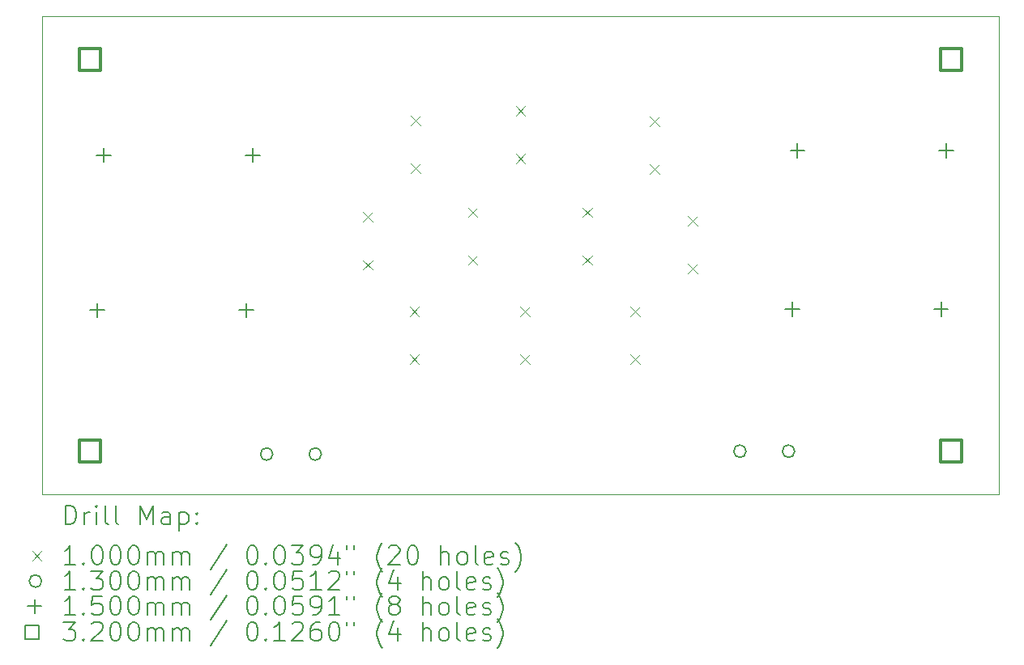
<source format=gbr>
%TF.GenerationSoftware,KiCad,Pcbnew,7.0.1*%
%TF.CreationDate,2023-07-21T17:07:46+02:00*%
%TF.ProjectId,K_PSU_filter,4b5f5053-555f-4666-996c-7465722e6b69,rev?*%
%TF.SameCoordinates,Original*%
%TF.FileFunction,Drillmap*%
%TF.FilePolarity,Positive*%
%FSLAX45Y45*%
G04 Gerber Fmt 4.5, Leading zero omitted, Abs format (unit mm)*
G04 Created by KiCad (PCBNEW 7.0.1) date 2023-07-21 17:07:46*
%MOMM*%
%LPD*%
G01*
G04 APERTURE LIST*
%ADD10C,0.100000*%
%ADD11C,0.200000*%
%ADD12C,0.130000*%
%ADD13C,0.150000*%
%ADD14C,0.320000*%
G04 APERTURE END LIST*
D10*
X10400000Y-3550000D02*
X20400000Y-3550000D01*
X20400000Y-8550000D01*
X10400000Y-8550000D01*
X10400000Y-3550000D01*
D11*
D10*
X13750000Y-5600000D02*
X13850000Y-5700000D01*
X13850000Y-5600000D02*
X13750000Y-5700000D01*
X13750000Y-6100000D02*
X13850000Y-6200000D01*
X13850000Y-6100000D02*
X13750000Y-6200000D01*
X14240000Y-6586768D02*
X14340000Y-6686768D01*
X14340000Y-6586768D02*
X14240000Y-6686768D01*
X14240000Y-7086768D02*
X14340000Y-7186768D01*
X14340000Y-7086768D02*
X14240000Y-7186768D01*
X14250000Y-4586768D02*
X14350000Y-4686768D01*
X14350000Y-4586768D02*
X14250000Y-4686768D01*
X14250000Y-5086768D02*
X14350000Y-5186768D01*
X14350000Y-5086768D02*
X14250000Y-5186768D01*
X14850000Y-5550000D02*
X14950000Y-5650000D01*
X14950000Y-5550000D02*
X14850000Y-5650000D01*
X14850000Y-6050000D02*
X14950000Y-6150000D01*
X14950000Y-6050000D02*
X14850000Y-6150000D01*
X15350000Y-4486768D02*
X15450000Y-4586768D01*
X15450000Y-4486768D02*
X15350000Y-4586768D01*
X15350000Y-4986768D02*
X15450000Y-5086768D01*
X15450000Y-4986768D02*
X15350000Y-5086768D01*
X15395000Y-6586768D02*
X15495000Y-6686768D01*
X15495000Y-6586768D02*
X15395000Y-6686768D01*
X15395000Y-7086768D02*
X15495000Y-7186768D01*
X15495000Y-7086768D02*
X15395000Y-7186768D01*
X16050000Y-5550000D02*
X16150000Y-5650000D01*
X16150000Y-5550000D02*
X16050000Y-5650000D01*
X16050000Y-6050000D02*
X16150000Y-6150000D01*
X16150000Y-6050000D02*
X16050000Y-6150000D01*
X16550000Y-6586768D02*
X16650000Y-6686768D01*
X16650000Y-6586768D02*
X16550000Y-6686768D01*
X16550000Y-7086768D02*
X16650000Y-7186768D01*
X16650000Y-7086768D02*
X16550000Y-7186768D01*
X16750000Y-4600000D02*
X16850000Y-4700000D01*
X16850000Y-4600000D02*
X16750000Y-4700000D01*
X16750000Y-5100000D02*
X16850000Y-5200000D01*
X16850000Y-5100000D02*
X16750000Y-5200000D01*
X17150000Y-5636768D02*
X17250000Y-5736768D01*
X17250000Y-5636768D02*
X17150000Y-5736768D01*
X17150000Y-6136768D02*
X17250000Y-6236768D01*
X17250000Y-6136768D02*
X17150000Y-6236768D01*
D12*
X12811000Y-8130000D02*
G75*
G03*
X12811000Y-8130000I-65000J0D01*
G01*
X13319000Y-8130000D02*
G75*
G03*
X13319000Y-8130000I-65000J0D01*
G01*
X17757000Y-8100000D02*
G75*
G03*
X17757000Y-8100000I-65000J0D01*
G01*
X18265000Y-8100000D02*
G75*
G03*
X18265000Y-8100000I-65000J0D01*
G01*
D13*
X10976048Y-6548952D02*
X10976048Y-6698952D01*
X10901048Y-6623952D02*
X11051048Y-6623952D01*
X11044365Y-4925000D02*
X11044365Y-5075000D01*
X10969365Y-5000000D02*
X11119365Y-5000000D01*
X12531683Y-6548952D02*
X12531683Y-6698952D01*
X12456683Y-6623952D02*
X12606683Y-6623952D01*
X12600000Y-4925000D02*
X12600000Y-5075000D01*
X12525000Y-5000000D02*
X12675000Y-5000000D01*
X18238024Y-6536976D02*
X18238024Y-6686976D01*
X18163024Y-6611976D02*
X18313024Y-6611976D01*
X18294365Y-4875000D02*
X18294365Y-5025000D01*
X18219365Y-4950000D02*
X18369365Y-4950000D01*
X19793659Y-6536976D02*
X19793659Y-6686976D01*
X19718659Y-6611976D02*
X19868659Y-6611976D01*
X19850000Y-4875000D02*
X19850000Y-5025000D01*
X19775000Y-4950000D02*
X19925000Y-4950000D01*
D14*
X11013138Y-4113138D02*
X11013138Y-3886862D01*
X10786862Y-3886862D01*
X10786862Y-4113138D01*
X11013138Y-4113138D01*
X11013138Y-8213138D02*
X11013138Y-7986862D01*
X10786862Y-7986862D01*
X10786862Y-8213138D01*
X11013138Y-8213138D01*
X20013138Y-4113138D02*
X20013138Y-3886862D01*
X19786862Y-3886862D01*
X19786862Y-4113138D01*
X20013138Y-4113138D01*
X20013138Y-8213138D02*
X20013138Y-7986862D01*
X19786862Y-7986862D01*
X19786862Y-8213138D01*
X20013138Y-8213138D01*
D11*
X10642619Y-8867524D02*
X10642619Y-8667524D01*
X10642619Y-8667524D02*
X10690238Y-8667524D01*
X10690238Y-8667524D02*
X10718810Y-8677048D01*
X10718810Y-8677048D02*
X10737857Y-8696095D01*
X10737857Y-8696095D02*
X10747381Y-8715143D01*
X10747381Y-8715143D02*
X10756905Y-8753238D01*
X10756905Y-8753238D02*
X10756905Y-8781810D01*
X10756905Y-8781810D02*
X10747381Y-8819905D01*
X10747381Y-8819905D02*
X10737857Y-8838952D01*
X10737857Y-8838952D02*
X10718810Y-8858000D01*
X10718810Y-8858000D02*
X10690238Y-8867524D01*
X10690238Y-8867524D02*
X10642619Y-8867524D01*
X10842619Y-8867524D02*
X10842619Y-8734190D01*
X10842619Y-8772286D02*
X10852143Y-8753238D01*
X10852143Y-8753238D02*
X10861667Y-8743714D01*
X10861667Y-8743714D02*
X10880714Y-8734190D01*
X10880714Y-8734190D02*
X10899762Y-8734190D01*
X10966429Y-8867524D02*
X10966429Y-8734190D01*
X10966429Y-8667524D02*
X10956905Y-8677048D01*
X10956905Y-8677048D02*
X10966429Y-8686571D01*
X10966429Y-8686571D02*
X10975952Y-8677048D01*
X10975952Y-8677048D02*
X10966429Y-8667524D01*
X10966429Y-8667524D02*
X10966429Y-8686571D01*
X11090238Y-8867524D02*
X11071190Y-8858000D01*
X11071190Y-8858000D02*
X11061667Y-8838952D01*
X11061667Y-8838952D02*
X11061667Y-8667524D01*
X11195000Y-8867524D02*
X11175952Y-8858000D01*
X11175952Y-8858000D02*
X11166429Y-8838952D01*
X11166429Y-8838952D02*
X11166429Y-8667524D01*
X11423571Y-8867524D02*
X11423571Y-8667524D01*
X11423571Y-8667524D02*
X11490238Y-8810381D01*
X11490238Y-8810381D02*
X11556905Y-8667524D01*
X11556905Y-8667524D02*
X11556905Y-8867524D01*
X11737857Y-8867524D02*
X11737857Y-8762762D01*
X11737857Y-8762762D02*
X11728333Y-8743714D01*
X11728333Y-8743714D02*
X11709286Y-8734190D01*
X11709286Y-8734190D02*
X11671190Y-8734190D01*
X11671190Y-8734190D02*
X11652143Y-8743714D01*
X11737857Y-8858000D02*
X11718809Y-8867524D01*
X11718809Y-8867524D02*
X11671190Y-8867524D01*
X11671190Y-8867524D02*
X11652143Y-8858000D01*
X11652143Y-8858000D02*
X11642619Y-8838952D01*
X11642619Y-8838952D02*
X11642619Y-8819905D01*
X11642619Y-8819905D02*
X11652143Y-8800857D01*
X11652143Y-8800857D02*
X11671190Y-8791333D01*
X11671190Y-8791333D02*
X11718809Y-8791333D01*
X11718809Y-8791333D02*
X11737857Y-8781810D01*
X11833095Y-8734190D02*
X11833095Y-8934190D01*
X11833095Y-8743714D02*
X11852143Y-8734190D01*
X11852143Y-8734190D02*
X11890238Y-8734190D01*
X11890238Y-8734190D02*
X11909286Y-8743714D01*
X11909286Y-8743714D02*
X11918809Y-8753238D01*
X11918809Y-8753238D02*
X11928333Y-8772286D01*
X11928333Y-8772286D02*
X11928333Y-8829429D01*
X11928333Y-8829429D02*
X11918809Y-8848476D01*
X11918809Y-8848476D02*
X11909286Y-8858000D01*
X11909286Y-8858000D02*
X11890238Y-8867524D01*
X11890238Y-8867524D02*
X11852143Y-8867524D01*
X11852143Y-8867524D02*
X11833095Y-8858000D01*
X12014048Y-8848476D02*
X12023571Y-8858000D01*
X12023571Y-8858000D02*
X12014048Y-8867524D01*
X12014048Y-8867524D02*
X12004524Y-8858000D01*
X12004524Y-8858000D02*
X12014048Y-8848476D01*
X12014048Y-8848476D02*
X12014048Y-8867524D01*
X12014048Y-8743714D02*
X12023571Y-8753238D01*
X12023571Y-8753238D02*
X12014048Y-8762762D01*
X12014048Y-8762762D02*
X12004524Y-8753238D01*
X12004524Y-8753238D02*
X12014048Y-8743714D01*
X12014048Y-8743714D02*
X12014048Y-8762762D01*
D10*
X10295000Y-9145000D02*
X10395000Y-9245000D01*
X10395000Y-9145000D02*
X10295000Y-9245000D01*
D11*
X10747381Y-9287524D02*
X10633095Y-9287524D01*
X10690238Y-9287524D02*
X10690238Y-9087524D01*
X10690238Y-9087524D02*
X10671190Y-9116095D01*
X10671190Y-9116095D02*
X10652143Y-9135143D01*
X10652143Y-9135143D02*
X10633095Y-9144667D01*
X10833095Y-9268476D02*
X10842619Y-9278000D01*
X10842619Y-9278000D02*
X10833095Y-9287524D01*
X10833095Y-9287524D02*
X10823571Y-9278000D01*
X10823571Y-9278000D02*
X10833095Y-9268476D01*
X10833095Y-9268476D02*
X10833095Y-9287524D01*
X10966429Y-9087524D02*
X10985476Y-9087524D01*
X10985476Y-9087524D02*
X11004524Y-9097048D01*
X11004524Y-9097048D02*
X11014048Y-9106571D01*
X11014048Y-9106571D02*
X11023571Y-9125619D01*
X11023571Y-9125619D02*
X11033095Y-9163714D01*
X11033095Y-9163714D02*
X11033095Y-9211333D01*
X11033095Y-9211333D02*
X11023571Y-9249429D01*
X11023571Y-9249429D02*
X11014048Y-9268476D01*
X11014048Y-9268476D02*
X11004524Y-9278000D01*
X11004524Y-9278000D02*
X10985476Y-9287524D01*
X10985476Y-9287524D02*
X10966429Y-9287524D01*
X10966429Y-9287524D02*
X10947381Y-9278000D01*
X10947381Y-9278000D02*
X10937857Y-9268476D01*
X10937857Y-9268476D02*
X10928333Y-9249429D01*
X10928333Y-9249429D02*
X10918810Y-9211333D01*
X10918810Y-9211333D02*
X10918810Y-9163714D01*
X10918810Y-9163714D02*
X10928333Y-9125619D01*
X10928333Y-9125619D02*
X10937857Y-9106571D01*
X10937857Y-9106571D02*
X10947381Y-9097048D01*
X10947381Y-9097048D02*
X10966429Y-9087524D01*
X11156905Y-9087524D02*
X11175952Y-9087524D01*
X11175952Y-9087524D02*
X11195000Y-9097048D01*
X11195000Y-9097048D02*
X11204524Y-9106571D01*
X11204524Y-9106571D02*
X11214048Y-9125619D01*
X11214048Y-9125619D02*
X11223571Y-9163714D01*
X11223571Y-9163714D02*
X11223571Y-9211333D01*
X11223571Y-9211333D02*
X11214048Y-9249429D01*
X11214048Y-9249429D02*
X11204524Y-9268476D01*
X11204524Y-9268476D02*
X11195000Y-9278000D01*
X11195000Y-9278000D02*
X11175952Y-9287524D01*
X11175952Y-9287524D02*
X11156905Y-9287524D01*
X11156905Y-9287524D02*
X11137857Y-9278000D01*
X11137857Y-9278000D02*
X11128333Y-9268476D01*
X11128333Y-9268476D02*
X11118810Y-9249429D01*
X11118810Y-9249429D02*
X11109286Y-9211333D01*
X11109286Y-9211333D02*
X11109286Y-9163714D01*
X11109286Y-9163714D02*
X11118810Y-9125619D01*
X11118810Y-9125619D02*
X11128333Y-9106571D01*
X11128333Y-9106571D02*
X11137857Y-9097048D01*
X11137857Y-9097048D02*
X11156905Y-9087524D01*
X11347381Y-9087524D02*
X11366429Y-9087524D01*
X11366429Y-9087524D02*
X11385476Y-9097048D01*
X11385476Y-9097048D02*
X11395000Y-9106571D01*
X11395000Y-9106571D02*
X11404524Y-9125619D01*
X11404524Y-9125619D02*
X11414048Y-9163714D01*
X11414048Y-9163714D02*
X11414048Y-9211333D01*
X11414048Y-9211333D02*
X11404524Y-9249429D01*
X11404524Y-9249429D02*
X11395000Y-9268476D01*
X11395000Y-9268476D02*
X11385476Y-9278000D01*
X11385476Y-9278000D02*
X11366429Y-9287524D01*
X11366429Y-9287524D02*
X11347381Y-9287524D01*
X11347381Y-9287524D02*
X11328333Y-9278000D01*
X11328333Y-9278000D02*
X11318809Y-9268476D01*
X11318809Y-9268476D02*
X11309286Y-9249429D01*
X11309286Y-9249429D02*
X11299762Y-9211333D01*
X11299762Y-9211333D02*
X11299762Y-9163714D01*
X11299762Y-9163714D02*
X11309286Y-9125619D01*
X11309286Y-9125619D02*
X11318809Y-9106571D01*
X11318809Y-9106571D02*
X11328333Y-9097048D01*
X11328333Y-9097048D02*
X11347381Y-9087524D01*
X11499762Y-9287524D02*
X11499762Y-9154190D01*
X11499762Y-9173238D02*
X11509286Y-9163714D01*
X11509286Y-9163714D02*
X11528333Y-9154190D01*
X11528333Y-9154190D02*
X11556905Y-9154190D01*
X11556905Y-9154190D02*
X11575952Y-9163714D01*
X11575952Y-9163714D02*
X11585476Y-9182762D01*
X11585476Y-9182762D02*
X11585476Y-9287524D01*
X11585476Y-9182762D02*
X11595000Y-9163714D01*
X11595000Y-9163714D02*
X11614048Y-9154190D01*
X11614048Y-9154190D02*
X11642619Y-9154190D01*
X11642619Y-9154190D02*
X11661667Y-9163714D01*
X11661667Y-9163714D02*
X11671190Y-9182762D01*
X11671190Y-9182762D02*
X11671190Y-9287524D01*
X11766429Y-9287524D02*
X11766429Y-9154190D01*
X11766429Y-9173238D02*
X11775952Y-9163714D01*
X11775952Y-9163714D02*
X11795000Y-9154190D01*
X11795000Y-9154190D02*
X11823571Y-9154190D01*
X11823571Y-9154190D02*
X11842619Y-9163714D01*
X11842619Y-9163714D02*
X11852143Y-9182762D01*
X11852143Y-9182762D02*
X11852143Y-9287524D01*
X11852143Y-9182762D02*
X11861667Y-9163714D01*
X11861667Y-9163714D02*
X11880714Y-9154190D01*
X11880714Y-9154190D02*
X11909286Y-9154190D01*
X11909286Y-9154190D02*
X11928333Y-9163714D01*
X11928333Y-9163714D02*
X11937857Y-9182762D01*
X11937857Y-9182762D02*
X11937857Y-9287524D01*
X12328333Y-9078000D02*
X12156905Y-9335143D01*
X12585476Y-9087524D02*
X12604524Y-9087524D01*
X12604524Y-9087524D02*
X12623572Y-9097048D01*
X12623572Y-9097048D02*
X12633095Y-9106571D01*
X12633095Y-9106571D02*
X12642619Y-9125619D01*
X12642619Y-9125619D02*
X12652143Y-9163714D01*
X12652143Y-9163714D02*
X12652143Y-9211333D01*
X12652143Y-9211333D02*
X12642619Y-9249429D01*
X12642619Y-9249429D02*
X12633095Y-9268476D01*
X12633095Y-9268476D02*
X12623572Y-9278000D01*
X12623572Y-9278000D02*
X12604524Y-9287524D01*
X12604524Y-9287524D02*
X12585476Y-9287524D01*
X12585476Y-9287524D02*
X12566429Y-9278000D01*
X12566429Y-9278000D02*
X12556905Y-9268476D01*
X12556905Y-9268476D02*
X12547381Y-9249429D01*
X12547381Y-9249429D02*
X12537857Y-9211333D01*
X12537857Y-9211333D02*
X12537857Y-9163714D01*
X12537857Y-9163714D02*
X12547381Y-9125619D01*
X12547381Y-9125619D02*
X12556905Y-9106571D01*
X12556905Y-9106571D02*
X12566429Y-9097048D01*
X12566429Y-9097048D02*
X12585476Y-9087524D01*
X12737857Y-9268476D02*
X12747381Y-9278000D01*
X12747381Y-9278000D02*
X12737857Y-9287524D01*
X12737857Y-9287524D02*
X12728333Y-9278000D01*
X12728333Y-9278000D02*
X12737857Y-9268476D01*
X12737857Y-9268476D02*
X12737857Y-9287524D01*
X12871191Y-9087524D02*
X12890238Y-9087524D01*
X12890238Y-9087524D02*
X12909286Y-9097048D01*
X12909286Y-9097048D02*
X12918810Y-9106571D01*
X12918810Y-9106571D02*
X12928333Y-9125619D01*
X12928333Y-9125619D02*
X12937857Y-9163714D01*
X12937857Y-9163714D02*
X12937857Y-9211333D01*
X12937857Y-9211333D02*
X12928333Y-9249429D01*
X12928333Y-9249429D02*
X12918810Y-9268476D01*
X12918810Y-9268476D02*
X12909286Y-9278000D01*
X12909286Y-9278000D02*
X12890238Y-9287524D01*
X12890238Y-9287524D02*
X12871191Y-9287524D01*
X12871191Y-9287524D02*
X12852143Y-9278000D01*
X12852143Y-9278000D02*
X12842619Y-9268476D01*
X12842619Y-9268476D02*
X12833095Y-9249429D01*
X12833095Y-9249429D02*
X12823572Y-9211333D01*
X12823572Y-9211333D02*
X12823572Y-9163714D01*
X12823572Y-9163714D02*
X12833095Y-9125619D01*
X12833095Y-9125619D02*
X12842619Y-9106571D01*
X12842619Y-9106571D02*
X12852143Y-9097048D01*
X12852143Y-9097048D02*
X12871191Y-9087524D01*
X13004524Y-9087524D02*
X13128333Y-9087524D01*
X13128333Y-9087524D02*
X13061667Y-9163714D01*
X13061667Y-9163714D02*
X13090238Y-9163714D01*
X13090238Y-9163714D02*
X13109286Y-9173238D01*
X13109286Y-9173238D02*
X13118810Y-9182762D01*
X13118810Y-9182762D02*
X13128333Y-9201810D01*
X13128333Y-9201810D02*
X13128333Y-9249429D01*
X13128333Y-9249429D02*
X13118810Y-9268476D01*
X13118810Y-9268476D02*
X13109286Y-9278000D01*
X13109286Y-9278000D02*
X13090238Y-9287524D01*
X13090238Y-9287524D02*
X13033095Y-9287524D01*
X13033095Y-9287524D02*
X13014048Y-9278000D01*
X13014048Y-9278000D02*
X13004524Y-9268476D01*
X13223572Y-9287524D02*
X13261667Y-9287524D01*
X13261667Y-9287524D02*
X13280714Y-9278000D01*
X13280714Y-9278000D02*
X13290238Y-9268476D01*
X13290238Y-9268476D02*
X13309286Y-9239905D01*
X13309286Y-9239905D02*
X13318810Y-9201810D01*
X13318810Y-9201810D02*
X13318810Y-9125619D01*
X13318810Y-9125619D02*
X13309286Y-9106571D01*
X13309286Y-9106571D02*
X13299762Y-9097048D01*
X13299762Y-9097048D02*
X13280714Y-9087524D01*
X13280714Y-9087524D02*
X13242619Y-9087524D01*
X13242619Y-9087524D02*
X13223572Y-9097048D01*
X13223572Y-9097048D02*
X13214048Y-9106571D01*
X13214048Y-9106571D02*
X13204524Y-9125619D01*
X13204524Y-9125619D02*
X13204524Y-9173238D01*
X13204524Y-9173238D02*
X13214048Y-9192286D01*
X13214048Y-9192286D02*
X13223572Y-9201810D01*
X13223572Y-9201810D02*
X13242619Y-9211333D01*
X13242619Y-9211333D02*
X13280714Y-9211333D01*
X13280714Y-9211333D02*
X13299762Y-9201810D01*
X13299762Y-9201810D02*
X13309286Y-9192286D01*
X13309286Y-9192286D02*
X13318810Y-9173238D01*
X13490238Y-9154190D02*
X13490238Y-9287524D01*
X13442619Y-9078000D02*
X13395000Y-9220857D01*
X13395000Y-9220857D02*
X13518810Y-9220857D01*
X13585476Y-9087524D02*
X13585476Y-9125619D01*
X13661667Y-9087524D02*
X13661667Y-9125619D01*
X13956905Y-9363714D02*
X13947381Y-9354190D01*
X13947381Y-9354190D02*
X13928334Y-9325619D01*
X13928334Y-9325619D02*
X13918810Y-9306571D01*
X13918810Y-9306571D02*
X13909286Y-9278000D01*
X13909286Y-9278000D02*
X13899762Y-9230381D01*
X13899762Y-9230381D02*
X13899762Y-9192286D01*
X13899762Y-9192286D02*
X13909286Y-9144667D01*
X13909286Y-9144667D02*
X13918810Y-9116095D01*
X13918810Y-9116095D02*
X13928334Y-9097048D01*
X13928334Y-9097048D02*
X13947381Y-9068476D01*
X13947381Y-9068476D02*
X13956905Y-9058952D01*
X14023572Y-9106571D02*
X14033095Y-9097048D01*
X14033095Y-9097048D02*
X14052143Y-9087524D01*
X14052143Y-9087524D02*
X14099762Y-9087524D01*
X14099762Y-9087524D02*
X14118810Y-9097048D01*
X14118810Y-9097048D02*
X14128334Y-9106571D01*
X14128334Y-9106571D02*
X14137857Y-9125619D01*
X14137857Y-9125619D02*
X14137857Y-9144667D01*
X14137857Y-9144667D02*
X14128334Y-9173238D01*
X14128334Y-9173238D02*
X14014048Y-9287524D01*
X14014048Y-9287524D02*
X14137857Y-9287524D01*
X14261667Y-9087524D02*
X14280715Y-9087524D01*
X14280715Y-9087524D02*
X14299762Y-9097048D01*
X14299762Y-9097048D02*
X14309286Y-9106571D01*
X14309286Y-9106571D02*
X14318810Y-9125619D01*
X14318810Y-9125619D02*
X14328334Y-9163714D01*
X14328334Y-9163714D02*
X14328334Y-9211333D01*
X14328334Y-9211333D02*
X14318810Y-9249429D01*
X14318810Y-9249429D02*
X14309286Y-9268476D01*
X14309286Y-9268476D02*
X14299762Y-9278000D01*
X14299762Y-9278000D02*
X14280715Y-9287524D01*
X14280715Y-9287524D02*
X14261667Y-9287524D01*
X14261667Y-9287524D02*
X14242619Y-9278000D01*
X14242619Y-9278000D02*
X14233095Y-9268476D01*
X14233095Y-9268476D02*
X14223572Y-9249429D01*
X14223572Y-9249429D02*
X14214048Y-9211333D01*
X14214048Y-9211333D02*
X14214048Y-9163714D01*
X14214048Y-9163714D02*
X14223572Y-9125619D01*
X14223572Y-9125619D02*
X14233095Y-9106571D01*
X14233095Y-9106571D02*
X14242619Y-9097048D01*
X14242619Y-9097048D02*
X14261667Y-9087524D01*
X14566429Y-9287524D02*
X14566429Y-9087524D01*
X14652143Y-9287524D02*
X14652143Y-9182762D01*
X14652143Y-9182762D02*
X14642619Y-9163714D01*
X14642619Y-9163714D02*
X14623572Y-9154190D01*
X14623572Y-9154190D02*
X14595000Y-9154190D01*
X14595000Y-9154190D02*
X14575953Y-9163714D01*
X14575953Y-9163714D02*
X14566429Y-9173238D01*
X14775953Y-9287524D02*
X14756905Y-9278000D01*
X14756905Y-9278000D02*
X14747381Y-9268476D01*
X14747381Y-9268476D02*
X14737857Y-9249429D01*
X14737857Y-9249429D02*
X14737857Y-9192286D01*
X14737857Y-9192286D02*
X14747381Y-9173238D01*
X14747381Y-9173238D02*
X14756905Y-9163714D01*
X14756905Y-9163714D02*
X14775953Y-9154190D01*
X14775953Y-9154190D02*
X14804524Y-9154190D01*
X14804524Y-9154190D02*
X14823572Y-9163714D01*
X14823572Y-9163714D02*
X14833096Y-9173238D01*
X14833096Y-9173238D02*
X14842619Y-9192286D01*
X14842619Y-9192286D02*
X14842619Y-9249429D01*
X14842619Y-9249429D02*
X14833096Y-9268476D01*
X14833096Y-9268476D02*
X14823572Y-9278000D01*
X14823572Y-9278000D02*
X14804524Y-9287524D01*
X14804524Y-9287524D02*
X14775953Y-9287524D01*
X14956905Y-9287524D02*
X14937857Y-9278000D01*
X14937857Y-9278000D02*
X14928334Y-9258952D01*
X14928334Y-9258952D02*
X14928334Y-9087524D01*
X15109286Y-9278000D02*
X15090238Y-9287524D01*
X15090238Y-9287524D02*
X15052143Y-9287524D01*
X15052143Y-9287524D02*
X15033096Y-9278000D01*
X15033096Y-9278000D02*
X15023572Y-9258952D01*
X15023572Y-9258952D02*
X15023572Y-9182762D01*
X15023572Y-9182762D02*
X15033096Y-9163714D01*
X15033096Y-9163714D02*
X15052143Y-9154190D01*
X15052143Y-9154190D02*
X15090238Y-9154190D01*
X15090238Y-9154190D02*
X15109286Y-9163714D01*
X15109286Y-9163714D02*
X15118810Y-9182762D01*
X15118810Y-9182762D02*
X15118810Y-9201810D01*
X15118810Y-9201810D02*
X15023572Y-9220857D01*
X15195000Y-9278000D02*
X15214048Y-9287524D01*
X15214048Y-9287524D02*
X15252143Y-9287524D01*
X15252143Y-9287524D02*
X15271191Y-9278000D01*
X15271191Y-9278000D02*
X15280715Y-9258952D01*
X15280715Y-9258952D02*
X15280715Y-9249429D01*
X15280715Y-9249429D02*
X15271191Y-9230381D01*
X15271191Y-9230381D02*
X15252143Y-9220857D01*
X15252143Y-9220857D02*
X15223572Y-9220857D01*
X15223572Y-9220857D02*
X15204524Y-9211333D01*
X15204524Y-9211333D02*
X15195000Y-9192286D01*
X15195000Y-9192286D02*
X15195000Y-9182762D01*
X15195000Y-9182762D02*
X15204524Y-9163714D01*
X15204524Y-9163714D02*
X15223572Y-9154190D01*
X15223572Y-9154190D02*
X15252143Y-9154190D01*
X15252143Y-9154190D02*
X15271191Y-9163714D01*
X15347381Y-9363714D02*
X15356905Y-9354190D01*
X15356905Y-9354190D02*
X15375953Y-9325619D01*
X15375953Y-9325619D02*
X15385477Y-9306571D01*
X15385477Y-9306571D02*
X15395000Y-9278000D01*
X15395000Y-9278000D02*
X15404524Y-9230381D01*
X15404524Y-9230381D02*
X15404524Y-9192286D01*
X15404524Y-9192286D02*
X15395000Y-9144667D01*
X15395000Y-9144667D02*
X15385477Y-9116095D01*
X15385477Y-9116095D02*
X15375953Y-9097048D01*
X15375953Y-9097048D02*
X15356905Y-9068476D01*
X15356905Y-9068476D02*
X15347381Y-9058952D01*
D12*
X10395000Y-9459000D02*
G75*
G03*
X10395000Y-9459000I-65000J0D01*
G01*
D11*
X10747381Y-9551524D02*
X10633095Y-9551524D01*
X10690238Y-9551524D02*
X10690238Y-9351524D01*
X10690238Y-9351524D02*
X10671190Y-9380095D01*
X10671190Y-9380095D02*
X10652143Y-9399143D01*
X10652143Y-9399143D02*
X10633095Y-9408667D01*
X10833095Y-9532476D02*
X10842619Y-9542000D01*
X10842619Y-9542000D02*
X10833095Y-9551524D01*
X10833095Y-9551524D02*
X10823571Y-9542000D01*
X10823571Y-9542000D02*
X10833095Y-9532476D01*
X10833095Y-9532476D02*
X10833095Y-9551524D01*
X10909286Y-9351524D02*
X11033095Y-9351524D01*
X11033095Y-9351524D02*
X10966429Y-9427714D01*
X10966429Y-9427714D02*
X10995000Y-9427714D01*
X10995000Y-9427714D02*
X11014048Y-9437238D01*
X11014048Y-9437238D02*
X11023571Y-9446762D01*
X11023571Y-9446762D02*
X11033095Y-9465810D01*
X11033095Y-9465810D02*
X11033095Y-9513429D01*
X11033095Y-9513429D02*
X11023571Y-9532476D01*
X11023571Y-9532476D02*
X11014048Y-9542000D01*
X11014048Y-9542000D02*
X10995000Y-9551524D01*
X10995000Y-9551524D02*
X10937857Y-9551524D01*
X10937857Y-9551524D02*
X10918810Y-9542000D01*
X10918810Y-9542000D02*
X10909286Y-9532476D01*
X11156905Y-9351524D02*
X11175952Y-9351524D01*
X11175952Y-9351524D02*
X11195000Y-9361048D01*
X11195000Y-9361048D02*
X11204524Y-9370571D01*
X11204524Y-9370571D02*
X11214048Y-9389619D01*
X11214048Y-9389619D02*
X11223571Y-9427714D01*
X11223571Y-9427714D02*
X11223571Y-9475333D01*
X11223571Y-9475333D02*
X11214048Y-9513429D01*
X11214048Y-9513429D02*
X11204524Y-9532476D01*
X11204524Y-9532476D02*
X11195000Y-9542000D01*
X11195000Y-9542000D02*
X11175952Y-9551524D01*
X11175952Y-9551524D02*
X11156905Y-9551524D01*
X11156905Y-9551524D02*
X11137857Y-9542000D01*
X11137857Y-9542000D02*
X11128333Y-9532476D01*
X11128333Y-9532476D02*
X11118810Y-9513429D01*
X11118810Y-9513429D02*
X11109286Y-9475333D01*
X11109286Y-9475333D02*
X11109286Y-9427714D01*
X11109286Y-9427714D02*
X11118810Y-9389619D01*
X11118810Y-9389619D02*
X11128333Y-9370571D01*
X11128333Y-9370571D02*
X11137857Y-9361048D01*
X11137857Y-9361048D02*
X11156905Y-9351524D01*
X11347381Y-9351524D02*
X11366429Y-9351524D01*
X11366429Y-9351524D02*
X11385476Y-9361048D01*
X11385476Y-9361048D02*
X11395000Y-9370571D01*
X11395000Y-9370571D02*
X11404524Y-9389619D01*
X11404524Y-9389619D02*
X11414048Y-9427714D01*
X11414048Y-9427714D02*
X11414048Y-9475333D01*
X11414048Y-9475333D02*
X11404524Y-9513429D01*
X11404524Y-9513429D02*
X11395000Y-9532476D01*
X11395000Y-9532476D02*
X11385476Y-9542000D01*
X11385476Y-9542000D02*
X11366429Y-9551524D01*
X11366429Y-9551524D02*
X11347381Y-9551524D01*
X11347381Y-9551524D02*
X11328333Y-9542000D01*
X11328333Y-9542000D02*
X11318809Y-9532476D01*
X11318809Y-9532476D02*
X11309286Y-9513429D01*
X11309286Y-9513429D02*
X11299762Y-9475333D01*
X11299762Y-9475333D02*
X11299762Y-9427714D01*
X11299762Y-9427714D02*
X11309286Y-9389619D01*
X11309286Y-9389619D02*
X11318809Y-9370571D01*
X11318809Y-9370571D02*
X11328333Y-9361048D01*
X11328333Y-9361048D02*
X11347381Y-9351524D01*
X11499762Y-9551524D02*
X11499762Y-9418190D01*
X11499762Y-9437238D02*
X11509286Y-9427714D01*
X11509286Y-9427714D02*
X11528333Y-9418190D01*
X11528333Y-9418190D02*
X11556905Y-9418190D01*
X11556905Y-9418190D02*
X11575952Y-9427714D01*
X11575952Y-9427714D02*
X11585476Y-9446762D01*
X11585476Y-9446762D02*
X11585476Y-9551524D01*
X11585476Y-9446762D02*
X11595000Y-9427714D01*
X11595000Y-9427714D02*
X11614048Y-9418190D01*
X11614048Y-9418190D02*
X11642619Y-9418190D01*
X11642619Y-9418190D02*
X11661667Y-9427714D01*
X11661667Y-9427714D02*
X11671190Y-9446762D01*
X11671190Y-9446762D02*
X11671190Y-9551524D01*
X11766429Y-9551524D02*
X11766429Y-9418190D01*
X11766429Y-9437238D02*
X11775952Y-9427714D01*
X11775952Y-9427714D02*
X11795000Y-9418190D01*
X11795000Y-9418190D02*
X11823571Y-9418190D01*
X11823571Y-9418190D02*
X11842619Y-9427714D01*
X11842619Y-9427714D02*
X11852143Y-9446762D01*
X11852143Y-9446762D02*
X11852143Y-9551524D01*
X11852143Y-9446762D02*
X11861667Y-9427714D01*
X11861667Y-9427714D02*
X11880714Y-9418190D01*
X11880714Y-9418190D02*
X11909286Y-9418190D01*
X11909286Y-9418190D02*
X11928333Y-9427714D01*
X11928333Y-9427714D02*
X11937857Y-9446762D01*
X11937857Y-9446762D02*
X11937857Y-9551524D01*
X12328333Y-9342000D02*
X12156905Y-9599143D01*
X12585476Y-9351524D02*
X12604524Y-9351524D01*
X12604524Y-9351524D02*
X12623572Y-9361048D01*
X12623572Y-9361048D02*
X12633095Y-9370571D01*
X12633095Y-9370571D02*
X12642619Y-9389619D01*
X12642619Y-9389619D02*
X12652143Y-9427714D01*
X12652143Y-9427714D02*
X12652143Y-9475333D01*
X12652143Y-9475333D02*
X12642619Y-9513429D01*
X12642619Y-9513429D02*
X12633095Y-9532476D01*
X12633095Y-9532476D02*
X12623572Y-9542000D01*
X12623572Y-9542000D02*
X12604524Y-9551524D01*
X12604524Y-9551524D02*
X12585476Y-9551524D01*
X12585476Y-9551524D02*
X12566429Y-9542000D01*
X12566429Y-9542000D02*
X12556905Y-9532476D01*
X12556905Y-9532476D02*
X12547381Y-9513429D01*
X12547381Y-9513429D02*
X12537857Y-9475333D01*
X12537857Y-9475333D02*
X12537857Y-9427714D01*
X12537857Y-9427714D02*
X12547381Y-9389619D01*
X12547381Y-9389619D02*
X12556905Y-9370571D01*
X12556905Y-9370571D02*
X12566429Y-9361048D01*
X12566429Y-9361048D02*
X12585476Y-9351524D01*
X12737857Y-9532476D02*
X12747381Y-9542000D01*
X12747381Y-9542000D02*
X12737857Y-9551524D01*
X12737857Y-9551524D02*
X12728333Y-9542000D01*
X12728333Y-9542000D02*
X12737857Y-9532476D01*
X12737857Y-9532476D02*
X12737857Y-9551524D01*
X12871191Y-9351524D02*
X12890238Y-9351524D01*
X12890238Y-9351524D02*
X12909286Y-9361048D01*
X12909286Y-9361048D02*
X12918810Y-9370571D01*
X12918810Y-9370571D02*
X12928333Y-9389619D01*
X12928333Y-9389619D02*
X12937857Y-9427714D01*
X12937857Y-9427714D02*
X12937857Y-9475333D01*
X12937857Y-9475333D02*
X12928333Y-9513429D01*
X12928333Y-9513429D02*
X12918810Y-9532476D01*
X12918810Y-9532476D02*
X12909286Y-9542000D01*
X12909286Y-9542000D02*
X12890238Y-9551524D01*
X12890238Y-9551524D02*
X12871191Y-9551524D01*
X12871191Y-9551524D02*
X12852143Y-9542000D01*
X12852143Y-9542000D02*
X12842619Y-9532476D01*
X12842619Y-9532476D02*
X12833095Y-9513429D01*
X12833095Y-9513429D02*
X12823572Y-9475333D01*
X12823572Y-9475333D02*
X12823572Y-9427714D01*
X12823572Y-9427714D02*
X12833095Y-9389619D01*
X12833095Y-9389619D02*
X12842619Y-9370571D01*
X12842619Y-9370571D02*
X12852143Y-9361048D01*
X12852143Y-9361048D02*
X12871191Y-9351524D01*
X13118810Y-9351524D02*
X13023572Y-9351524D01*
X13023572Y-9351524D02*
X13014048Y-9446762D01*
X13014048Y-9446762D02*
X13023572Y-9437238D01*
X13023572Y-9437238D02*
X13042619Y-9427714D01*
X13042619Y-9427714D02*
X13090238Y-9427714D01*
X13090238Y-9427714D02*
X13109286Y-9437238D01*
X13109286Y-9437238D02*
X13118810Y-9446762D01*
X13118810Y-9446762D02*
X13128333Y-9465810D01*
X13128333Y-9465810D02*
X13128333Y-9513429D01*
X13128333Y-9513429D02*
X13118810Y-9532476D01*
X13118810Y-9532476D02*
X13109286Y-9542000D01*
X13109286Y-9542000D02*
X13090238Y-9551524D01*
X13090238Y-9551524D02*
X13042619Y-9551524D01*
X13042619Y-9551524D02*
X13023572Y-9542000D01*
X13023572Y-9542000D02*
X13014048Y-9532476D01*
X13318810Y-9551524D02*
X13204524Y-9551524D01*
X13261667Y-9551524D02*
X13261667Y-9351524D01*
X13261667Y-9351524D02*
X13242619Y-9380095D01*
X13242619Y-9380095D02*
X13223572Y-9399143D01*
X13223572Y-9399143D02*
X13204524Y-9408667D01*
X13395000Y-9370571D02*
X13404524Y-9361048D01*
X13404524Y-9361048D02*
X13423572Y-9351524D01*
X13423572Y-9351524D02*
X13471191Y-9351524D01*
X13471191Y-9351524D02*
X13490238Y-9361048D01*
X13490238Y-9361048D02*
X13499762Y-9370571D01*
X13499762Y-9370571D02*
X13509286Y-9389619D01*
X13509286Y-9389619D02*
X13509286Y-9408667D01*
X13509286Y-9408667D02*
X13499762Y-9437238D01*
X13499762Y-9437238D02*
X13385476Y-9551524D01*
X13385476Y-9551524D02*
X13509286Y-9551524D01*
X13585476Y-9351524D02*
X13585476Y-9389619D01*
X13661667Y-9351524D02*
X13661667Y-9389619D01*
X13956905Y-9627714D02*
X13947381Y-9618190D01*
X13947381Y-9618190D02*
X13928334Y-9589619D01*
X13928334Y-9589619D02*
X13918810Y-9570571D01*
X13918810Y-9570571D02*
X13909286Y-9542000D01*
X13909286Y-9542000D02*
X13899762Y-9494381D01*
X13899762Y-9494381D02*
X13899762Y-9456286D01*
X13899762Y-9456286D02*
X13909286Y-9408667D01*
X13909286Y-9408667D02*
X13918810Y-9380095D01*
X13918810Y-9380095D02*
X13928334Y-9361048D01*
X13928334Y-9361048D02*
X13947381Y-9332476D01*
X13947381Y-9332476D02*
X13956905Y-9322952D01*
X14118810Y-9418190D02*
X14118810Y-9551524D01*
X14071191Y-9342000D02*
X14023572Y-9484857D01*
X14023572Y-9484857D02*
X14147381Y-9484857D01*
X14375953Y-9551524D02*
X14375953Y-9351524D01*
X14461667Y-9551524D02*
X14461667Y-9446762D01*
X14461667Y-9446762D02*
X14452143Y-9427714D01*
X14452143Y-9427714D02*
X14433096Y-9418190D01*
X14433096Y-9418190D02*
X14404524Y-9418190D01*
X14404524Y-9418190D02*
X14385476Y-9427714D01*
X14385476Y-9427714D02*
X14375953Y-9437238D01*
X14585476Y-9551524D02*
X14566429Y-9542000D01*
X14566429Y-9542000D02*
X14556905Y-9532476D01*
X14556905Y-9532476D02*
X14547381Y-9513429D01*
X14547381Y-9513429D02*
X14547381Y-9456286D01*
X14547381Y-9456286D02*
X14556905Y-9437238D01*
X14556905Y-9437238D02*
X14566429Y-9427714D01*
X14566429Y-9427714D02*
X14585476Y-9418190D01*
X14585476Y-9418190D02*
X14614048Y-9418190D01*
X14614048Y-9418190D02*
X14633096Y-9427714D01*
X14633096Y-9427714D02*
X14642619Y-9437238D01*
X14642619Y-9437238D02*
X14652143Y-9456286D01*
X14652143Y-9456286D02*
X14652143Y-9513429D01*
X14652143Y-9513429D02*
X14642619Y-9532476D01*
X14642619Y-9532476D02*
X14633096Y-9542000D01*
X14633096Y-9542000D02*
X14614048Y-9551524D01*
X14614048Y-9551524D02*
X14585476Y-9551524D01*
X14766429Y-9551524D02*
X14747381Y-9542000D01*
X14747381Y-9542000D02*
X14737857Y-9522952D01*
X14737857Y-9522952D02*
X14737857Y-9351524D01*
X14918810Y-9542000D02*
X14899762Y-9551524D01*
X14899762Y-9551524D02*
X14861667Y-9551524D01*
X14861667Y-9551524D02*
X14842619Y-9542000D01*
X14842619Y-9542000D02*
X14833096Y-9522952D01*
X14833096Y-9522952D02*
X14833096Y-9446762D01*
X14833096Y-9446762D02*
X14842619Y-9427714D01*
X14842619Y-9427714D02*
X14861667Y-9418190D01*
X14861667Y-9418190D02*
X14899762Y-9418190D01*
X14899762Y-9418190D02*
X14918810Y-9427714D01*
X14918810Y-9427714D02*
X14928334Y-9446762D01*
X14928334Y-9446762D02*
X14928334Y-9465810D01*
X14928334Y-9465810D02*
X14833096Y-9484857D01*
X15004524Y-9542000D02*
X15023572Y-9551524D01*
X15023572Y-9551524D02*
X15061667Y-9551524D01*
X15061667Y-9551524D02*
X15080715Y-9542000D01*
X15080715Y-9542000D02*
X15090238Y-9522952D01*
X15090238Y-9522952D02*
X15090238Y-9513429D01*
X15090238Y-9513429D02*
X15080715Y-9494381D01*
X15080715Y-9494381D02*
X15061667Y-9484857D01*
X15061667Y-9484857D02*
X15033096Y-9484857D01*
X15033096Y-9484857D02*
X15014048Y-9475333D01*
X15014048Y-9475333D02*
X15004524Y-9456286D01*
X15004524Y-9456286D02*
X15004524Y-9446762D01*
X15004524Y-9446762D02*
X15014048Y-9427714D01*
X15014048Y-9427714D02*
X15033096Y-9418190D01*
X15033096Y-9418190D02*
X15061667Y-9418190D01*
X15061667Y-9418190D02*
X15080715Y-9427714D01*
X15156905Y-9627714D02*
X15166429Y-9618190D01*
X15166429Y-9618190D02*
X15185477Y-9589619D01*
X15185477Y-9589619D02*
X15195000Y-9570571D01*
X15195000Y-9570571D02*
X15204524Y-9542000D01*
X15204524Y-9542000D02*
X15214048Y-9494381D01*
X15214048Y-9494381D02*
X15214048Y-9456286D01*
X15214048Y-9456286D02*
X15204524Y-9408667D01*
X15204524Y-9408667D02*
X15195000Y-9380095D01*
X15195000Y-9380095D02*
X15185477Y-9361048D01*
X15185477Y-9361048D02*
X15166429Y-9332476D01*
X15166429Y-9332476D02*
X15156905Y-9322952D01*
D13*
X10320000Y-9648000D02*
X10320000Y-9798000D01*
X10245000Y-9723000D02*
X10395000Y-9723000D01*
D11*
X10747381Y-9815524D02*
X10633095Y-9815524D01*
X10690238Y-9815524D02*
X10690238Y-9615524D01*
X10690238Y-9615524D02*
X10671190Y-9644095D01*
X10671190Y-9644095D02*
X10652143Y-9663143D01*
X10652143Y-9663143D02*
X10633095Y-9672667D01*
X10833095Y-9796476D02*
X10842619Y-9806000D01*
X10842619Y-9806000D02*
X10833095Y-9815524D01*
X10833095Y-9815524D02*
X10823571Y-9806000D01*
X10823571Y-9806000D02*
X10833095Y-9796476D01*
X10833095Y-9796476D02*
X10833095Y-9815524D01*
X11023571Y-9615524D02*
X10928333Y-9615524D01*
X10928333Y-9615524D02*
X10918810Y-9710762D01*
X10918810Y-9710762D02*
X10928333Y-9701238D01*
X10928333Y-9701238D02*
X10947381Y-9691714D01*
X10947381Y-9691714D02*
X10995000Y-9691714D01*
X10995000Y-9691714D02*
X11014048Y-9701238D01*
X11014048Y-9701238D02*
X11023571Y-9710762D01*
X11023571Y-9710762D02*
X11033095Y-9729810D01*
X11033095Y-9729810D02*
X11033095Y-9777429D01*
X11033095Y-9777429D02*
X11023571Y-9796476D01*
X11023571Y-9796476D02*
X11014048Y-9806000D01*
X11014048Y-9806000D02*
X10995000Y-9815524D01*
X10995000Y-9815524D02*
X10947381Y-9815524D01*
X10947381Y-9815524D02*
X10928333Y-9806000D01*
X10928333Y-9806000D02*
X10918810Y-9796476D01*
X11156905Y-9615524D02*
X11175952Y-9615524D01*
X11175952Y-9615524D02*
X11195000Y-9625048D01*
X11195000Y-9625048D02*
X11204524Y-9634571D01*
X11204524Y-9634571D02*
X11214048Y-9653619D01*
X11214048Y-9653619D02*
X11223571Y-9691714D01*
X11223571Y-9691714D02*
X11223571Y-9739333D01*
X11223571Y-9739333D02*
X11214048Y-9777429D01*
X11214048Y-9777429D02*
X11204524Y-9796476D01*
X11204524Y-9796476D02*
X11195000Y-9806000D01*
X11195000Y-9806000D02*
X11175952Y-9815524D01*
X11175952Y-9815524D02*
X11156905Y-9815524D01*
X11156905Y-9815524D02*
X11137857Y-9806000D01*
X11137857Y-9806000D02*
X11128333Y-9796476D01*
X11128333Y-9796476D02*
X11118810Y-9777429D01*
X11118810Y-9777429D02*
X11109286Y-9739333D01*
X11109286Y-9739333D02*
X11109286Y-9691714D01*
X11109286Y-9691714D02*
X11118810Y-9653619D01*
X11118810Y-9653619D02*
X11128333Y-9634571D01*
X11128333Y-9634571D02*
X11137857Y-9625048D01*
X11137857Y-9625048D02*
X11156905Y-9615524D01*
X11347381Y-9615524D02*
X11366429Y-9615524D01*
X11366429Y-9615524D02*
X11385476Y-9625048D01*
X11385476Y-9625048D02*
X11395000Y-9634571D01*
X11395000Y-9634571D02*
X11404524Y-9653619D01*
X11404524Y-9653619D02*
X11414048Y-9691714D01*
X11414048Y-9691714D02*
X11414048Y-9739333D01*
X11414048Y-9739333D02*
X11404524Y-9777429D01*
X11404524Y-9777429D02*
X11395000Y-9796476D01*
X11395000Y-9796476D02*
X11385476Y-9806000D01*
X11385476Y-9806000D02*
X11366429Y-9815524D01*
X11366429Y-9815524D02*
X11347381Y-9815524D01*
X11347381Y-9815524D02*
X11328333Y-9806000D01*
X11328333Y-9806000D02*
X11318809Y-9796476D01*
X11318809Y-9796476D02*
X11309286Y-9777429D01*
X11309286Y-9777429D02*
X11299762Y-9739333D01*
X11299762Y-9739333D02*
X11299762Y-9691714D01*
X11299762Y-9691714D02*
X11309286Y-9653619D01*
X11309286Y-9653619D02*
X11318809Y-9634571D01*
X11318809Y-9634571D02*
X11328333Y-9625048D01*
X11328333Y-9625048D02*
X11347381Y-9615524D01*
X11499762Y-9815524D02*
X11499762Y-9682190D01*
X11499762Y-9701238D02*
X11509286Y-9691714D01*
X11509286Y-9691714D02*
X11528333Y-9682190D01*
X11528333Y-9682190D02*
X11556905Y-9682190D01*
X11556905Y-9682190D02*
X11575952Y-9691714D01*
X11575952Y-9691714D02*
X11585476Y-9710762D01*
X11585476Y-9710762D02*
X11585476Y-9815524D01*
X11585476Y-9710762D02*
X11595000Y-9691714D01*
X11595000Y-9691714D02*
X11614048Y-9682190D01*
X11614048Y-9682190D02*
X11642619Y-9682190D01*
X11642619Y-9682190D02*
X11661667Y-9691714D01*
X11661667Y-9691714D02*
X11671190Y-9710762D01*
X11671190Y-9710762D02*
X11671190Y-9815524D01*
X11766429Y-9815524D02*
X11766429Y-9682190D01*
X11766429Y-9701238D02*
X11775952Y-9691714D01*
X11775952Y-9691714D02*
X11795000Y-9682190D01*
X11795000Y-9682190D02*
X11823571Y-9682190D01*
X11823571Y-9682190D02*
X11842619Y-9691714D01*
X11842619Y-9691714D02*
X11852143Y-9710762D01*
X11852143Y-9710762D02*
X11852143Y-9815524D01*
X11852143Y-9710762D02*
X11861667Y-9691714D01*
X11861667Y-9691714D02*
X11880714Y-9682190D01*
X11880714Y-9682190D02*
X11909286Y-9682190D01*
X11909286Y-9682190D02*
X11928333Y-9691714D01*
X11928333Y-9691714D02*
X11937857Y-9710762D01*
X11937857Y-9710762D02*
X11937857Y-9815524D01*
X12328333Y-9606000D02*
X12156905Y-9863143D01*
X12585476Y-9615524D02*
X12604524Y-9615524D01*
X12604524Y-9615524D02*
X12623572Y-9625048D01*
X12623572Y-9625048D02*
X12633095Y-9634571D01*
X12633095Y-9634571D02*
X12642619Y-9653619D01*
X12642619Y-9653619D02*
X12652143Y-9691714D01*
X12652143Y-9691714D02*
X12652143Y-9739333D01*
X12652143Y-9739333D02*
X12642619Y-9777429D01*
X12642619Y-9777429D02*
X12633095Y-9796476D01*
X12633095Y-9796476D02*
X12623572Y-9806000D01*
X12623572Y-9806000D02*
X12604524Y-9815524D01*
X12604524Y-9815524D02*
X12585476Y-9815524D01*
X12585476Y-9815524D02*
X12566429Y-9806000D01*
X12566429Y-9806000D02*
X12556905Y-9796476D01*
X12556905Y-9796476D02*
X12547381Y-9777429D01*
X12547381Y-9777429D02*
X12537857Y-9739333D01*
X12537857Y-9739333D02*
X12537857Y-9691714D01*
X12537857Y-9691714D02*
X12547381Y-9653619D01*
X12547381Y-9653619D02*
X12556905Y-9634571D01*
X12556905Y-9634571D02*
X12566429Y-9625048D01*
X12566429Y-9625048D02*
X12585476Y-9615524D01*
X12737857Y-9796476D02*
X12747381Y-9806000D01*
X12747381Y-9806000D02*
X12737857Y-9815524D01*
X12737857Y-9815524D02*
X12728333Y-9806000D01*
X12728333Y-9806000D02*
X12737857Y-9796476D01*
X12737857Y-9796476D02*
X12737857Y-9815524D01*
X12871191Y-9615524D02*
X12890238Y-9615524D01*
X12890238Y-9615524D02*
X12909286Y-9625048D01*
X12909286Y-9625048D02*
X12918810Y-9634571D01*
X12918810Y-9634571D02*
X12928333Y-9653619D01*
X12928333Y-9653619D02*
X12937857Y-9691714D01*
X12937857Y-9691714D02*
X12937857Y-9739333D01*
X12937857Y-9739333D02*
X12928333Y-9777429D01*
X12928333Y-9777429D02*
X12918810Y-9796476D01*
X12918810Y-9796476D02*
X12909286Y-9806000D01*
X12909286Y-9806000D02*
X12890238Y-9815524D01*
X12890238Y-9815524D02*
X12871191Y-9815524D01*
X12871191Y-9815524D02*
X12852143Y-9806000D01*
X12852143Y-9806000D02*
X12842619Y-9796476D01*
X12842619Y-9796476D02*
X12833095Y-9777429D01*
X12833095Y-9777429D02*
X12823572Y-9739333D01*
X12823572Y-9739333D02*
X12823572Y-9691714D01*
X12823572Y-9691714D02*
X12833095Y-9653619D01*
X12833095Y-9653619D02*
X12842619Y-9634571D01*
X12842619Y-9634571D02*
X12852143Y-9625048D01*
X12852143Y-9625048D02*
X12871191Y-9615524D01*
X13118810Y-9615524D02*
X13023572Y-9615524D01*
X13023572Y-9615524D02*
X13014048Y-9710762D01*
X13014048Y-9710762D02*
X13023572Y-9701238D01*
X13023572Y-9701238D02*
X13042619Y-9691714D01*
X13042619Y-9691714D02*
X13090238Y-9691714D01*
X13090238Y-9691714D02*
X13109286Y-9701238D01*
X13109286Y-9701238D02*
X13118810Y-9710762D01*
X13118810Y-9710762D02*
X13128333Y-9729810D01*
X13128333Y-9729810D02*
X13128333Y-9777429D01*
X13128333Y-9777429D02*
X13118810Y-9796476D01*
X13118810Y-9796476D02*
X13109286Y-9806000D01*
X13109286Y-9806000D02*
X13090238Y-9815524D01*
X13090238Y-9815524D02*
X13042619Y-9815524D01*
X13042619Y-9815524D02*
X13023572Y-9806000D01*
X13023572Y-9806000D02*
X13014048Y-9796476D01*
X13223572Y-9815524D02*
X13261667Y-9815524D01*
X13261667Y-9815524D02*
X13280714Y-9806000D01*
X13280714Y-9806000D02*
X13290238Y-9796476D01*
X13290238Y-9796476D02*
X13309286Y-9767905D01*
X13309286Y-9767905D02*
X13318810Y-9729810D01*
X13318810Y-9729810D02*
X13318810Y-9653619D01*
X13318810Y-9653619D02*
X13309286Y-9634571D01*
X13309286Y-9634571D02*
X13299762Y-9625048D01*
X13299762Y-9625048D02*
X13280714Y-9615524D01*
X13280714Y-9615524D02*
X13242619Y-9615524D01*
X13242619Y-9615524D02*
X13223572Y-9625048D01*
X13223572Y-9625048D02*
X13214048Y-9634571D01*
X13214048Y-9634571D02*
X13204524Y-9653619D01*
X13204524Y-9653619D02*
X13204524Y-9701238D01*
X13204524Y-9701238D02*
X13214048Y-9720286D01*
X13214048Y-9720286D02*
X13223572Y-9729810D01*
X13223572Y-9729810D02*
X13242619Y-9739333D01*
X13242619Y-9739333D02*
X13280714Y-9739333D01*
X13280714Y-9739333D02*
X13299762Y-9729810D01*
X13299762Y-9729810D02*
X13309286Y-9720286D01*
X13309286Y-9720286D02*
X13318810Y-9701238D01*
X13509286Y-9815524D02*
X13395000Y-9815524D01*
X13452143Y-9815524D02*
X13452143Y-9615524D01*
X13452143Y-9615524D02*
X13433095Y-9644095D01*
X13433095Y-9644095D02*
X13414048Y-9663143D01*
X13414048Y-9663143D02*
X13395000Y-9672667D01*
X13585476Y-9615524D02*
X13585476Y-9653619D01*
X13661667Y-9615524D02*
X13661667Y-9653619D01*
X13956905Y-9891714D02*
X13947381Y-9882190D01*
X13947381Y-9882190D02*
X13928334Y-9853619D01*
X13928334Y-9853619D02*
X13918810Y-9834571D01*
X13918810Y-9834571D02*
X13909286Y-9806000D01*
X13909286Y-9806000D02*
X13899762Y-9758381D01*
X13899762Y-9758381D02*
X13899762Y-9720286D01*
X13899762Y-9720286D02*
X13909286Y-9672667D01*
X13909286Y-9672667D02*
X13918810Y-9644095D01*
X13918810Y-9644095D02*
X13928334Y-9625048D01*
X13928334Y-9625048D02*
X13947381Y-9596476D01*
X13947381Y-9596476D02*
X13956905Y-9586952D01*
X14061667Y-9701238D02*
X14042619Y-9691714D01*
X14042619Y-9691714D02*
X14033095Y-9682190D01*
X14033095Y-9682190D02*
X14023572Y-9663143D01*
X14023572Y-9663143D02*
X14023572Y-9653619D01*
X14023572Y-9653619D02*
X14033095Y-9634571D01*
X14033095Y-9634571D02*
X14042619Y-9625048D01*
X14042619Y-9625048D02*
X14061667Y-9615524D01*
X14061667Y-9615524D02*
X14099762Y-9615524D01*
X14099762Y-9615524D02*
X14118810Y-9625048D01*
X14118810Y-9625048D02*
X14128334Y-9634571D01*
X14128334Y-9634571D02*
X14137857Y-9653619D01*
X14137857Y-9653619D02*
X14137857Y-9663143D01*
X14137857Y-9663143D02*
X14128334Y-9682190D01*
X14128334Y-9682190D02*
X14118810Y-9691714D01*
X14118810Y-9691714D02*
X14099762Y-9701238D01*
X14099762Y-9701238D02*
X14061667Y-9701238D01*
X14061667Y-9701238D02*
X14042619Y-9710762D01*
X14042619Y-9710762D02*
X14033095Y-9720286D01*
X14033095Y-9720286D02*
X14023572Y-9739333D01*
X14023572Y-9739333D02*
X14023572Y-9777429D01*
X14023572Y-9777429D02*
X14033095Y-9796476D01*
X14033095Y-9796476D02*
X14042619Y-9806000D01*
X14042619Y-9806000D02*
X14061667Y-9815524D01*
X14061667Y-9815524D02*
X14099762Y-9815524D01*
X14099762Y-9815524D02*
X14118810Y-9806000D01*
X14118810Y-9806000D02*
X14128334Y-9796476D01*
X14128334Y-9796476D02*
X14137857Y-9777429D01*
X14137857Y-9777429D02*
X14137857Y-9739333D01*
X14137857Y-9739333D02*
X14128334Y-9720286D01*
X14128334Y-9720286D02*
X14118810Y-9710762D01*
X14118810Y-9710762D02*
X14099762Y-9701238D01*
X14375953Y-9815524D02*
X14375953Y-9615524D01*
X14461667Y-9815524D02*
X14461667Y-9710762D01*
X14461667Y-9710762D02*
X14452143Y-9691714D01*
X14452143Y-9691714D02*
X14433096Y-9682190D01*
X14433096Y-9682190D02*
X14404524Y-9682190D01*
X14404524Y-9682190D02*
X14385476Y-9691714D01*
X14385476Y-9691714D02*
X14375953Y-9701238D01*
X14585476Y-9815524D02*
X14566429Y-9806000D01*
X14566429Y-9806000D02*
X14556905Y-9796476D01*
X14556905Y-9796476D02*
X14547381Y-9777429D01*
X14547381Y-9777429D02*
X14547381Y-9720286D01*
X14547381Y-9720286D02*
X14556905Y-9701238D01*
X14556905Y-9701238D02*
X14566429Y-9691714D01*
X14566429Y-9691714D02*
X14585476Y-9682190D01*
X14585476Y-9682190D02*
X14614048Y-9682190D01*
X14614048Y-9682190D02*
X14633096Y-9691714D01*
X14633096Y-9691714D02*
X14642619Y-9701238D01*
X14642619Y-9701238D02*
X14652143Y-9720286D01*
X14652143Y-9720286D02*
X14652143Y-9777429D01*
X14652143Y-9777429D02*
X14642619Y-9796476D01*
X14642619Y-9796476D02*
X14633096Y-9806000D01*
X14633096Y-9806000D02*
X14614048Y-9815524D01*
X14614048Y-9815524D02*
X14585476Y-9815524D01*
X14766429Y-9815524D02*
X14747381Y-9806000D01*
X14747381Y-9806000D02*
X14737857Y-9786952D01*
X14737857Y-9786952D02*
X14737857Y-9615524D01*
X14918810Y-9806000D02*
X14899762Y-9815524D01*
X14899762Y-9815524D02*
X14861667Y-9815524D01*
X14861667Y-9815524D02*
X14842619Y-9806000D01*
X14842619Y-9806000D02*
X14833096Y-9786952D01*
X14833096Y-9786952D02*
X14833096Y-9710762D01*
X14833096Y-9710762D02*
X14842619Y-9691714D01*
X14842619Y-9691714D02*
X14861667Y-9682190D01*
X14861667Y-9682190D02*
X14899762Y-9682190D01*
X14899762Y-9682190D02*
X14918810Y-9691714D01*
X14918810Y-9691714D02*
X14928334Y-9710762D01*
X14928334Y-9710762D02*
X14928334Y-9729810D01*
X14928334Y-9729810D02*
X14833096Y-9748857D01*
X15004524Y-9806000D02*
X15023572Y-9815524D01*
X15023572Y-9815524D02*
X15061667Y-9815524D01*
X15061667Y-9815524D02*
X15080715Y-9806000D01*
X15080715Y-9806000D02*
X15090238Y-9786952D01*
X15090238Y-9786952D02*
X15090238Y-9777429D01*
X15090238Y-9777429D02*
X15080715Y-9758381D01*
X15080715Y-9758381D02*
X15061667Y-9748857D01*
X15061667Y-9748857D02*
X15033096Y-9748857D01*
X15033096Y-9748857D02*
X15014048Y-9739333D01*
X15014048Y-9739333D02*
X15004524Y-9720286D01*
X15004524Y-9720286D02*
X15004524Y-9710762D01*
X15004524Y-9710762D02*
X15014048Y-9691714D01*
X15014048Y-9691714D02*
X15033096Y-9682190D01*
X15033096Y-9682190D02*
X15061667Y-9682190D01*
X15061667Y-9682190D02*
X15080715Y-9691714D01*
X15156905Y-9891714D02*
X15166429Y-9882190D01*
X15166429Y-9882190D02*
X15185477Y-9853619D01*
X15185477Y-9853619D02*
X15195000Y-9834571D01*
X15195000Y-9834571D02*
X15204524Y-9806000D01*
X15204524Y-9806000D02*
X15214048Y-9758381D01*
X15214048Y-9758381D02*
X15214048Y-9720286D01*
X15214048Y-9720286D02*
X15204524Y-9672667D01*
X15204524Y-9672667D02*
X15195000Y-9644095D01*
X15195000Y-9644095D02*
X15185477Y-9625048D01*
X15185477Y-9625048D02*
X15166429Y-9596476D01*
X15166429Y-9596476D02*
X15156905Y-9586952D01*
X10365711Y-10063711D02*
X10365711Y-9922289D01*
X10224289Y-9922289D01*
X10224289Y-10063711D01*
X10365711Y-10063711D01*
X10623571Y-9885524D02*
X10747381Y-9885524D01*
X10747381Y-9885524D02*
X10680714Y-9961714D01*
X10680714Y-9961714D02*
X10709286Y-9961714D01*
X10709286Y-9961714D02*
X10728333Y-9971238D01*
X10728333Y-9971238D02*
X10737857Y-9980762D01*
X10737857Y-9980762D02*
X10747381Y-9999810D01*
X10747381Y-9999810D02*
X10747381Y-10047429D01*
X10747381Y-10047429D02*
X10737857Y-10066476D01*
X10737857Y-10066476D02*
X10728333Y-10076000D01*
X10728333Y-10076000D02*
X10709286Y-10085524D01*
X10709286Y-10085524D02*
X10652143Y-10085524D01*
X10652143Y-10085524D02*
X10633095Y-10076000D01*
X10633095Y-10076000D02*
X10623571Y-10066476D01*
X10833095Y-10066476D02*
X10842619Y-10076000D01*
X10842619Y-10076000D02*
X10833095Y-10085524D01*
X10833095Y-10085524D02*
X10823571Y-10076000D01*
X10823571Y-10076000D02*
X10833095Y-10066476D01*
X10833095Y-10066476D02*
X10833095Y-10085524D01*
X10918810Y-9904571D02*
X10928333Y-9895048D01*
X10928333Y-9895048D02*
X10947381Y-9885524D01*
X10947381Y-9885524D02*
X10995000Y-9885524D01*
X10995000Y-9885524D02*
X11014048Y-9895048D01*
X11014048Y-9895048D02*
X11023571Y-9904571D01*
X11023571Y-9904571D02*
X11033095Y-9923619D01*
X11033095Y-9923619D02*
X11033095Y-9942667D01*
X11033095Y-9942667D02*
X11023571Y-9971238D01*
X11023571Y-9971238D02*
X10909286Y-10085524D01*
X10909286Y-10085524D02*
X11033095Y-10085524D01*
X11156905Y-9885524D02*
X11175952Y-9885524D01*
X11175952Y-9885524D02*
X11195000Y-9895048D01*
X11195000Y-9895048D02*
X11204524Y-9904571D01*
X11204524Y-9904571D02*
X11214048Y-9923619D01*
X11214048Y-9923619D02*
X11223571Y-9961714D01*
X11223571Y-9961714D02*
X11223571Y-10009333D01*
X11223571Y-10009333D02*
X11214048Y-10047429D01*
X11214048Y-10047429D02*
X11204524Y-10066476D01*
X11204524Y-10066476D02*
X11195000Y-10076000D01*
X11195000Y-10076000D02*
X11175952Y-10085524D01*
X11175952Y-10085524D02*
X11156905Y-10085524D01*
X11156905Y-10085524D02*
X11137857Y-10076000D01*
X11137857Y-10076000D02*
X11128333Y-10066476D01*
X11128333Y-10066476D02*
X11118810Y-10047429D01*
X11118810Y-10047429D02*
X11109286Y-10009333D01*
X11109286Y-10009333D02*
X11109286Y-9961714D01*
X11109286Y-9961714D02*
X11118810Y-9923619D01*
X11118810Y-9923619D02*
X11128333Y-9904571D01*
X11128333Y-9904571D02*
X11137857Y-9895048D01*
X11137857Y-9895048D02*
X11156905Y-9885524D01*
X11347381Y-9885524D02*
X11366429Y-9885524D01*
X11366429Y-9885524D02*
X11385476Y-9895048D01*
X11385476Y-9895048D02*
X11395000Y-9904571D01*
X11395000Y-9904571D02*
X11404524Y-9923619D01*
X11404524Y-9923619D02*
X11414048Y-9961714D01*
X11414048Y-9961714D02*
X11414048Y-10009333D01*
X11414048Y-10009333D02*
X11404524Y-10047429D01*
X11404524Y-10047429D02*
X11395000Y-10066476D01*
X11395000Y-10066476D02*
X11385476Y-10076000D01*
X11385476Y-10076000D02*
X11366429Y-10085524D01*
X11366429Y-10085524D02*
X11347381Y-10085524D01*
X11347381Y-10085524D02*
X11328333Y-10076000D01*
X11328333Y-10076000D02*
X11318809Y-10066476D01*
X11318809Y-10066476D02*
X11309286Y-10047429D01*
X11309286Y-10047429D02*
X11299762Y-10009333D01*
X11299762Y-10009333D02*
X11299762Y-9961714D01*
X11299762Y-9961714D02*
X11309286Y-9923619D01*
X11309286Y-9923619D02*
X11318809Y-9904571D01*
X11318809Y-9904571D02*
X11328333Y-9895048D01*
X11328333Y-9895048D02*
X11347381Y-9885524D01*
X11499762Y-10085524D02*
X11499762Y-9952190D01*
X11499762Y-9971238D02*
X11509286Y-9961714D01*
X11509286Y-9961714D02*
X11528333Y-9952190D01*
X11528333Y-9952190D02*
X11556905Y-9952190D01*
X11556905Y-9952190D02*
X11575952Y-9961714D01*
X11575952Y-9961714D02*
X11585476Y-9980762D01*
X11585476Y-9980762D02*
X11585476Y-10085524D01*
X11585476Y-9980762D02*
X11595000Y-9961714D01*
X11595000Y-9961714D02*
X11614048Y-9952190D01*
X11614048Y-9952190D02*
X11642619Y-9952190D01*
X11642619Y-9952190D02*
X11661667Y-9961714D01*
X11661667Y-9961714D02*
X11671190Y-9980762D01*
X11671190Y-9980762D02*
X11671190Y-10085524D01*
X11766429Y-10085524D02*
X11766429Y-9952190D01*
X11766429Y-9971238D02*
X11775952Y-9961714D01*
X11775952Y-9961714D02*
X11795000Y-9952190D01*
X11795000Y-9952190D02*
X11823571Y-9952190D01*
X11823571Y-9952190D02*
X11842619Y-9961714D01*
X11842619Y-9961714D02*
X11852143Y-9980762D01*
X11852143Y-9980762D02*
X11852143Y-10085524D01*
X11852143Y-9980762D02*
X11861667Y-9961714D01*
X11861667Y-9961714D02*
X11880714Y-9952190D01*
X11880714Y-9952190D02*
X11909286Y-9952190D01*
X11909286Y-9952190D02*
X11928333Y-9961714D01*
X11928333Y-9961714D02*
X11937857Y-9980762D01*
X11937857Y-9980762D02*
X11937857Y-10085524D01*
X12328333Y-9876000D02*
X12156905Y-10133143D01*
X12585476Y-9885524D02*
X12604524Y-9885524D01*
X12604524Y-9885524D02*
X12623572Y-9895048D01*
X12623572Y-9895048D02*
X12633095Y-9904571D01*
X12633095Y-9904571D02*
X12642619Y-9923619D01*
X12642619Y-9923619D02*
X12652143Y-9961714D01*
X12652143Y-9961714D02*
X12652143Y-10009333D01*
X12652143Y-10009333D02*
X12642619Y-10047429D01*
X12642619Y-10047429D02*
X12633095Y-10066476D01*
X12633095Y-10066476D02*
X12623572Y-10076000D01*
X12623572Y-10076000D02*
X12604524Y-10085524D01*
X12604524Y-10085524D02*
X12585476Y-10085524D01*
X12585476Y-10085524D02*
X12566429Y-10076000D01*
X12566429Y-10076000D02*
X12556905Y-10066476D01*
X12556905Y-10066476D02*
X12547381Y-10047429D01*
X12547381Y-10047429D02*
X12537857Y-10009333D01*
X12537857Y-10009333D02*
X12537857Y-9961714D01*
X12537857Y-9961714D02*
X12547381Y-9923619D01*
X12547381Y-9923619D02*
X12556905Y-9904571D01*
X12556905Y-9904571D02*
X12566429Y-9895048D01*
X12566429Y-9895048D02*
X12585476Y-9885524D01*
X12737857Y-10066476D02*
X12747381Y-10076000D01*
X12747381Y-10076000D02*
X12737857Y-10085524D01*
X12737857Y-10085524D02*
X12728333Y-10076000D01*
X12728333Y-10076000D02*
X12737857Y-10066476D01*
X12737857Y-10066476D02*
X12737857Y-10085524D01*
X12937857Y-10085524D02*
X12823572Y-10085524D01*
X12880714Y-10085524D02*
X12880714Y-9885524D01*
X12880714Y-9885524D02*
X12861667Y-9914095D01*
X12861667Y-9914095D02*
X12842619Y-9933143D01*
X12842619Y-9933143D02*
X12823572Y-9942667D01*
X13014048Y-9904571D02*
X13023572Y-9895048D01*
X13023572Y-9895048D02*
X13042619Y-9885524D01*
X13042619Y-9885524D02*
X13090238Y-9885524D01*
X13090238Y-9885524D02*
X13109286Y-9895048D01*
X13109286Y-9895048D02*
X13118810Y-9904571D01*
X13118810Y-9904571D02*
X13128333Y-9923619D01*
X13128333Y-9923619D02*
X13128333Y-9942667D01*
X13128333Y-9942667D02*
X13118810Y-9971238D01*
X13118810Y-9971238D02*
X13004524Y-10085524D01*
X13004524Y-10085524D02*
X13128333Y-10085524D01*
X13299762Y-9885524D02*
X13261667Y-9885524D01*
X13261667Y-9885524D02*
X13242619Y-9895048D01*
X13242619Y-9895048D02*
X13233095Y-9904571D01*
X13233095Y-9904571D02*
X13214048Y-9933143D01*
X13214048Y-9933143D02*
X13204524Y-9971238D01*
X13204524Y-9971238D02*
X13204524Y-10047429D01*
X13204524Y-10047429D02*
X13214048Y-10066476D01*
X13214048Y-10066476D02*
X13223572Y-10076000D01*
X13223572Y-10076000D02*
X13242619Y-10085524D01*
X13242619Y-10085524D02*
X13280714Y-10085524D01*
X13280714Y-10085524D02*
X13299762Y-10076000D01*
X13299762Y-10076000D02*
X13309286Y-10066476D01*
X13309286Y-10066476D02*
X13318810Y-10047429D01*
X13318810Y-10047429D02*
X13318810Y-9999810D01*
X13318810Y-9999810D02*
X13309286Y-9980762D01*
X13309286Y-9980762D02*
X13299762Y-9971238D01*
X13299762Y-9971238D02*
X13280714Y-9961714D01*
X13280714Y-9961714D02*
X13242619Y-9961714D01*
X13242619Y-9961714D02*
X13223572Y-9971238D01*
X13223572Y-9971238D02*
X13214048Y-9980762D01*
X13214048Y-9980762D02*
X13204524Y-9999810D01*
X13442619Y-9885524D02*
X13461667Y-9885524D01*
X13461667Y-9885524D02*
X13480714Y-9895048D01*
X13480714Y-9895048D02*
X13490238Y-9904571D01*
X13490238Y-9904571D02*
X13499762Y-9923619D01*
X13499762Y-9923619D02*
X13509286Y-9961714D01*
X13509286Y-9961714D02*
X13509286Y-10009333D01*
X13509286Y-10009333D02*
X13499762Y-10047429D01*
X13499762Y-10047429D02*
X13490238Y-10066476D01*
X13490238Y-10066476D02*
X13480714Y-10076000D01*
X13480714Y-10076000D02*
X13461667Y-10085524D01*
X13461667Y-10085524D02*
X13442619Y-10085524D01*
X13442619Y-10085524D02*
X13423572Y-10076000D01*
X13423572Y-10076000D02*
X13414048Y-10066476D01*
X13414048Y-10066476D02*
X13404524Y-10047429D01*
X13404524Y-10047429D02*
X13395000Y-10009333D01*
X13395000Y-10009333D02*
X13395000Y-9961714D01*
X13395000Y-9961714D02*
X13404524Y-9923619D01*
X13404524Y-9923619D02*
X13414048Y-9904571D01*
X13414048Y-9904571D02*
X13423572Y-9895048D01*
X13423572Y-9895048D02*
X13442619Y-9885524D01*
X13585476Y-9885524D02*
X13585476Y-9923619D01*
X13661667Y-9885524D02*
X13661667Y-9923619D01*
X13956905Y-10161714D02*
X13947381Y-10152190D01*
X13947381Y-10152190D02*
X13928334Y-10123619D01*
X13928334Y-10123619D02*
X13918810Y-10104571D01*
X13918810Y-10104571D02*
X13909286Y-10076000D01*
X13909286Y-10076000D02*
X13899762Y-10028381D01*
X13899762Y-10028381D02*
X13899762Y-9990286D01*
X13899762Y-9990286D02*
X13909286Y-9942667D01*
X13909286Y-9942667D02*
X13918810Y-9914095D01*
X13918810Y-9914095D02*
X13928334Y-9895048D01*
X13928334Y-9895048D02*
X13947381Y-9866476D01*
X13947381Y-9866476D02*
X13956905Y-9856952D01*
X14118810Y-9952190D02*
X14118810Y-10085524D01*
X14071191Y-9876000D02*
X14023572Y-10018857D01*
X14023572Y-10018857D02*
X14147381Y-10018857D01*
X14375953Y-10085524D02*
X14375953Y-9885524D01*
X14461667Y-10085524D02*
X14461667Y-9980762D01*
X14461667Y-9980762D02*
X14452143Y-9961714D01*
X14452143Y-9961714D02*
X14433096Y-9952190D01*
X14433096Y-9952190D02*
X14404524Y-9952190D01*
X14404524Y-9952190D02*
X14385476Y-9961714D01*
X14385476Y-9961714D02*
X14375953Y-9971238D01*
X14585476Y-10085524D02*
X14566429Y-10076000D01*
X14566429Y-10076000D02*
X14556905Y-10066476D01*
X14556905Y-10066476D02*
X14547381Y-10047429D01*
X14547381Y-10047429D02*
X14547381Y-9990286D01*
X14547381Y-9990286D02*
X14556905Y-9971238D01*
X14556905Y-9971238D02*
X14566429Y-9961714D01*
X14566429Y-9961714D02*
X14585476Y-9952190D01*
X14585476Y-9952190D02*
X14614048Y-9952190D01*
X14614048Y-9952190D02*
X14633096Y-9961714D01*
X14633096Y-9961714D02*
X14642619Y-9971238D01*
X14642619Y-9971238D02*
X14652143Y-9990286D01*
X14652143Y-9990286D02*
X14652143Y-10047429D01*
X14652143Y-10047429D02*
X14642619Y-10066476D01*
X14642619Y-10066476D02*
X14633096Y-10076000D01*
X14633096Y-10076000D02*
X14614048Y-10085524D01*
X14614048Y-10085524D02*
X14585476Y-10085524D01*
X14766429Y-10085524D02*
X14747381Y-10076000D01*
X14747381Y-10076000D02*
X14737857Y-10056952D01*
X14737857Y-10056952D02*
X14737857Y-9885524D01*
X14918810Y-10076000D02*
X14899762Y-10085524D01*
X14899762Y-10085524D02*
X14861667Y-10085524D01*
X14861667Y-10085524D02*
X14842619Y-10076000D01*
X14842619Y-10076000D02*
X14833096Y-10056952D01*
X14833096Y-10056952D02*
X14833096Y-9980762D01*
X14833096Y-9980762D02*
X14842619Y-9961714D01*
X14842619Y-9961714D02*
X14861667Y-9952190D01*
X14861667Y-9952190D02*
X14899762Y-9952190D01*
X14899762Y-9952190D02*
X14918810Y-9961714D01*
X14918810Y-9961714D02*
X14928334Y-9980762D01*
X14928334Y-9980762D02*
X14928334Y-9999810D01*
X14928334Y-9999810D02*
X14833096Y-10018857D01*
X15004524Y-10076000D02*
X15023572Y-10085524D01*
X15023572Y-10085524D02*
X15061667Y-10085524D01*
X15061667Y-10085524D02*
X15080715Y-10076000D01*
X15080715Y-10076000D02*
X15090238Y-10056952D01*
X15090238Y-10056952D02*
X15090238Y-10047429D01*
X15090238Y-10047429D02*
X15080715Y-10028381D01*
X15080715Y-10028381D02*
X15061667Y-10018857D01*
X15061667Y-10018857D02*
X15033096Y-10018857D01*
X15033096Y-10018857D02*
X15014048Y-10009333D01*
X15014048Y-10009333D02*
X15004524Y-9990286D01*
X15004524Y-9990286D02*
X15004524Y-9980762D01*
X15004524Y-9980762D02*
X15014048Y-9961714D01*
X15014048Y-9961714D02*
X15033096Y-9952190D01*
X15033096Y-9952190D02*
X15061667Y-9952190D01*
X15061667Y-9952190D02*
X15080715Y-9961714D01*
X15156905Y-10161714D02*
X15166429Y-10152190D01*
X15166429Y-10152190D02*
X15185477Y-10123619D01*
X15185477Y-10123619D02*
X15195000Y-10104571D01*
X15195000Y-10104571D02*
X15204524Y-10076000D01*
X15204524Y-10076000D02*
X15214048Y-10028381D01*
X15214048Y-10028381D02*
X15214048Y-9990286D01*
X15214048Y-9990286D02*
X15204524Y-9942667D01*
X15204524Y-9942667D02*
X15195000Y-9914095D01*
X15195000Y-9914095D02*
X15185477Y-9895048D01*
X15185477Y-9895048D02*
X15166429Y-9866476D01*
X15166429Y-9866476D02*
X15156905Y-9856952D01*
M02*

</source>
